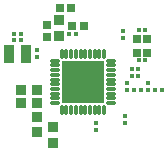
<source format=gts>
G04*
G04 #@! TF.GenerationSoftware,Altium Limited,Altium Designer,19.0.15 (446)*
G04*
G04 Layer_Color=8388736*
%FSLAX24Y24*%
%MOIN*%
G70*
G01*
G75*
%ADD29R,0.0146X0.0157*%
%ADD30R,0.0166X0.0178*%
%ADD31R,0.0178X0.0166*%
%ADD32R,0.0277X0.0316*%
%ADD33R,0.0296X0.0257*%
%ADD34R,0.0316X0.0257*%
%ADD35R,0.0375X0.0355*%
%ADD36R,0.0355X0.0611*%
%ADD37R,0.0355X0.0375*%
%ADD38R,0.0257X0.0296*%
%ADD39R,0.1438X0.1438*%
%ADD40O,0.0139X0.0395*%
%ADD41O,0.0395X0.0139*%
%ADD42C,0.0300*%
D29*
X1852Y185D02*
D03*
X1628D02*
D03*
D30*
X1852Y415D02*
D03*
X1628D02*
D03*
X1858Y715D02*
D03*
X2082D02*
D03*
X2082Y1715D02*
D03*
X1858D02*
D03*
X-447Y1600D02*
D03*
X-223D02*
D03*
X2408Y-276D02*
D03*
X2632D02*
D03*
X1699D02*
D03*
X1923D02*
D03*
D31*
X1339Y1697D02*
D03*
Y1472D02*
D03*
X423Y-1608D02*
D03*
Y-1384D02*
D03*
X1417Y-1372D02*
D03*
Y-1148D02*
D03*
X-1516Y1067D02*
D03*
Y843D02*
D03*
X1457Y-270D02*
D03*
Y-45D02*
D03*
X-2283Y1608D02*
D03*
Y1384D02*
D03*
X-2047Y1608D02*
D03*
Y1384D02*
D03*
X2165Y-270D02*
D03*
Y-45D02*
D03*
D32*
X1803Y979D02*
D03*
X2137D02*
D03*
Y1431D02*
D03*
X1803Y1431D02*
D03*
D33*
X29Y1876D02*
D03*
X-364D02*
D03*
D34*
X-778Y2480D02*
D03*
X-404D02*
D03*
D35*
X-787Y2077D02*
D03*
Y1545D02*
D03*
X-1535Y-1152D02*
D03*
Y-1683D02*
D03*
X-984Y-1506D02*
D03*
Y-2037D02*
D03*
D36*
X-1880Y945D02*
D03*
X-2451D02*
D03*
D37*
X-1545Y-276D02*
D03*
X-2077D02*
D03*
X-1545Y-709D02*
D03*
X-2077D02*
D03*
D38*
X-1181Y1890D02*
D03*
Y1496D02*
D03*
D39*
X0Y0D02*
D03*
D40*
X-709Y945D02*
D03*
X-551D02*
D03*
X-394D02*
D03*
X-236D02*
D03*
X-79D02*
D03*
X79D02*
D03*
X236D02*
D03*
X394D02*
D03*
X551D02*
D03*
X709D02*
D03*
Y-945D02*
D03*
X551D02*
D03*
X394D02*
D03*
X236D02*
D03*
X79D02*
D03*
X-79D02*
D03*
X-236D02*
D03*
X-394D02*
D03*
X-551D02*
D03*
X-709D02*
D03*
D41*
X945Y709D02*
D03*
Y551D02*
D03*
Y394D02*
D03*
Y236D02*
D03*
Y79D02*
D03*
Y-79D02*
D03*
Y-236D02*
D03*
Y-394D02*
D03*
Y-551D02*
D03*
Y-709D02*
D03*
X-945D02*
D03*
Y-551D02*
D03*
Y-394D02*
D03*
Y-236D02*
D03*
Y-79D02*
D03*
Y79D02*
D03*
Y236D02*
D03*
Y394D02*
D03*
Y551D02*
D03*
Y709D02*
D03*
D42*
X433Y-433D02*
D03*
X0D02*
D03*
X-433D02*
D03*
X433Y0D02*
D03*
X0D02*
D03*
X-433D02*
D03*
X433Y433D02*
D03*
X0D02*
D03*
X-433D02*
D03*
M02*

</source>
